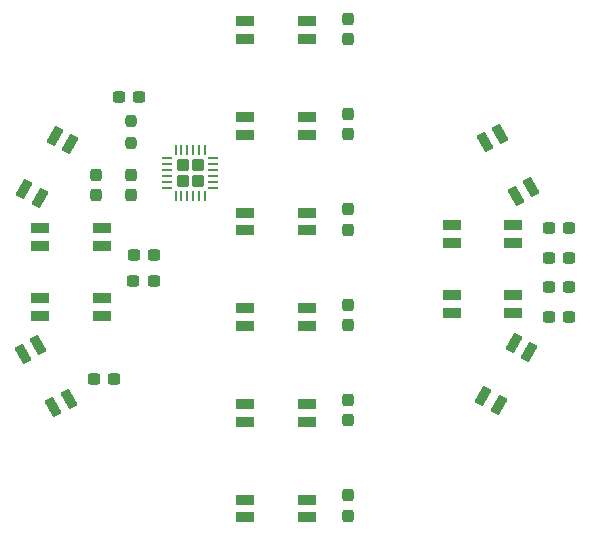
<source format=gbr>
%TF.GenerationSoftware,KiCad,Pcbnew,8.0.8*%
%TF.CreationDate,2025-04-07T13:28:21-04:00*%
%TF.ProjectId,pcb_tile_game_tile_aoa,7063625f-7469-46c6-955f-67616d655f74,1.0*%
%TF.SameCoordinates,Original*%
%TF.FileFunction,Paste,Top*%
%TF.FilePolarity,Positive*%
%FSLAX46Y46*%
G04 Gerber Fmt 4.6, Leading zero omitted, Abs format (unit mm)*
G04 Created by KiCad (PCBNEW 8.0.8) date 2025-04-07 13:28:21*
%MOMM*%
%LPD*%
G01*
G04 APERTURE LIST*
G04 Aperture macros list*
%AMRoundRect*
0 Rectangle with rounded corners*
0 $1 Rounding radius*
0 $2 $3 $4 $5 $6 $7 $8 $9 X,Y pos of 4 corners*
0 Add a 4 corners polygon primitive as box body*
4,1,4,$2,$3,$4,$5,$6,$7,$8,$9,$2,$3,0*
0 Add four circle primitives for the rounded corners*
1,1,$1+$1,$2,$3*
1,1,$1+$1,$4,$5*
1,1,$1+$1,$6,$7*
1,1,$1+$1,$8,$9*
0 Add four rect primitives between the rounded corners*
20,1,$1+$1,$2,$3,$4,$5,0*
20,1,$1+$1,$4,$5,$6,$7,0*
20,1,$1+$1,$6,$7,$8,$9,0*
20,1,$1+$1,$8,$9,$2,$3,0*%
G04 Aperture macros list end*
%ADD10RoundRect,0.237500X0.237500X-0.300000X0.237500X0.300000X-0.237500X0.300000X-0.237500X-0.300000X0*%
%ADD11RoundRect,0.237500X0.300000X0.237500X-0.300000X0.237500X-0.300000X-0.237500X0.300000X-0.237500X0*%
%ADD12RoundRect,0.237500X-0.237500X0.250000X-0.237500X-0.250000X0.237500X-0.250000X0.237500X0.250000X0*%
%ADD13RoundRect,0.250000X-0.275000X-0.275000X0.275000X-0.275000X0.275000X0.275000X-0.275000X0.275000X0*%
%ADD14RoundRect,0.062500X-0.350000X-0.062500X0.350000X-0.062500X0.350000X0.062500X-0.350000X0.062500X0*%
%ADD15RoundRect,0.062500X-0.062500X-0.350000X0.062500X-0.350000X0.062500X0.350000X-0.062500X0.350000X0*%
%ADD16RoundRect,0.082000X-0.718000X0.328000X-0.718000X-0.328000X0.718000X-0.328000X0.718000X0.328000X0*%
%ADD17RoundRect,0.082000X-0.074944X0.785806X-0.643056X0.457806X0.074944X-0.785806X0.643056X-0.457806X0*%
%ADD18RoundRect,0.082000X-0.643056X-0.457806X-0.074944X-0.785806X0.643056X0.457806X0.074944X0.785806X0*%
G04 APERTURE END LIST*
D10*
%TO.C,C2*%
X146060000Y-92790000D03*
X146060000Y-91065000D03*
%TD*%
D11*
%TO.C,C13*%
X129660000Y-78800000D03*
X127935000Y-78800002D03*
%TD*%
D10*
%TO.C,C3*%
X146060000Y-84717500D03*
X146060000Y-82992500D03*
%TD*%
D12*
%TO.C,R1*%
X127710000Y-67437500D03*
X127710000Y-69262500D03*
%TD*%
D11*
%TO.C,C10*%
X164810000Y-76500000D03*
X163085000Y-76500000D03*
%TD*%
D10*
%TO.C,C15*%
X127710000Y-73712500D03*
X127710000Y-71987500D03*
%TD*%
%TO.C,C5*%
X146060000Y-68572500D03*
X146060000Y-66847500D03*
%TD*%
D11*
%TO.C,C8*%
X164810000Y-81500000D03*
X163085000Y-81500000D03*
%TD*%
D10*
%TO.C,C6*%
X146060000Y-60500000D03*
X146060000Y-58775000D03*
%TD*%
D11*
%TO.C,C14*%
X128385000Y-65400002D03*
X126660000Y-65400000D03*
%TD*%
%TO.C,C12*%
X129622500Y-81000000D03*
X127897500Y-81000000D03*
%TD*%
%TO.C,C7*%
X164810000Y-84000000D03*
X163085000Y-84000000D03*
%TD*%
D10*
%TO.C,C1*%
X146060000Y-100862500D03*
X146060000Y-99137500D03*
%TD*%
D11*
%TO.C,C9*%
X164810000Y-79000000D03*
X163085000Y-79000000D03*
%TD*%
D10*
%TO.C,C4*%
X146060000Y-76645000D03*
X146060000Y-74920000D03*
%TD*%
D13*
%TO.C,U2*%
X132060000Y-71200000D03*
X132060000Y-72500000D03*
X133360000Y-71200000D03*
X133360000Y-72500000D03*
D14*
X130772500Y-70600000D03*
X130772500Y-71100000D03*
X130772500Y-71600000D03*
X130772500Y-72100000D03*
X130772500Y-72600000D03*
X130772500Y-73100000D03*
D15*
X131460000Y-73787500D03*
X131960000Y-73787500D03*
X132460000Y-73787500D03*
X132960000Y-73787500D03*
X133460000Y-73787500D03*
X133960000Y-73787500D03*
D14*
X134647500Y-73100000D03*
X134647500Y-72600000D03*
X134647500Y-72100000D03*
X134647500Y-71600000D03*
X134647500Y-71100000D03*
X134647500Y-70600000D03*
D15*
X133960000Y-69912500D03*
X133460000Y-69912500D03*
X132960000Y-69912500D03*
X132460000Y-69912500D03*
X131960000Y-69912500D03*
X131460000Y-69912500D03*
%TD*%
D10*
%TO.C,C16*%
X124710000Y-73712500D03*
X124710000Y-71987500D03*
%TD*%
D11*
%TO.C,C11*%
X126260000Y-89300000D03*
X124535000Y-89300000D03*
%TD*%
D16*
%TO.C,LED2*%
X142560000Y-91400000D03*
X142560000Y-92900000D03*
X137360000Y-92900000D03*
X137360000Y-91400000D03*
%TD*%
%TO.C,LED12*%
X125210000Y-82430000D03*
X125210000Y-83930000D03*
X120010000Y-83930000D03*
X120010000Y-82430000D03*
%TD*%
D17*
%TO.C,LED10*%
X161560000Y-73000000D03*
X160260960Y-73749999D03*
X157660961Y-69246667D03*
X158959998Y-68496667D03*
%TD*%
D16*
%TO.C,LED5*%
X142560000Y-67100000D03*
X142560000Y-68600000D03*
X137360000Y-68600000D03*
X137360000Y-67100000D03*
%TD*%
%TO.C,LED1*%
X142560000Y-99500000D03*
X142560000Y-101000000D03*
X137360000Y-101000000D03*
X137360000Y-99500000D03*
%TD*%
%TO.C,LED3*%
X142560000Y-83300000D03*
X142560000Y-84800000D03*
X137360000Y-84800000D03*
X137360000Y-83300000D03*
%TD*%
D18*
%TO.C,LED7*%
X160110961Y-86246668D03*
X161410000Y-86996668D03*
X158810000Y-91500000D03*
X157510961Y-90749999D03*
%TD*%
%TO.C,LED14*%
X121250961Y-68670000D03*
X122550000Y-69420000D03*
X119950000Y-73923332D03*
X118650961Y-73173332D03*
%TD*%
D16*
%TO.C,LED8*%
X160060000Y-82200000D03*
X160060000Y-83700000D03*
X154860000Y-83700000D03*
X154860000Y-82200000D03*
%TD*%
D17*
%TO.C,LED11*%
X122410000Y-90940000D03*
X121110961Y-91690000D03*
X118510961Y-87186668D03*
X119810000Y-86436668D03*
%TD*%
D16*
%TO.C,LED4*%
X142560000Y-75200000D03*
X142560000Y-76700000D03*
X137360000Y-76700000D03*
X137360000Y-75200000D03*
%TD*%
%TO.C,LED6*%
X142560000Y-59000000D03*
X142560000Y-60500000D03*
X137360000Y-60500000D03*
X137360000Y-59000000D03*
%TD*%
%TO.C,LED9*%
X160060000Y-76250000D03*
X160060000Y-77750000D03*
X154860000Y-77750000D03*
X154860000Y-76250000D03*
%TD*%
%TO.C,LED13*%
X125210000Y-76490000D03*
X125210000Y-77990000D03*
X120010000Y-77990000D03*
X120010000Y-76490000D03*
%TD*%
M02*

</source>
